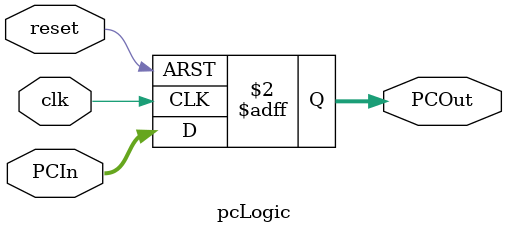
<source format=v>
module pcLogic (
  input             clk, reset,
  input      [31:0] PCIn,
  output reg [31:0] PCOut
);

// simple resetablle dff

always @(posedge clk or posedge reset)
  if (reset) PCOut <= 32'b0;
  else       PCOut <= PCIn;

endmodule
</source>
